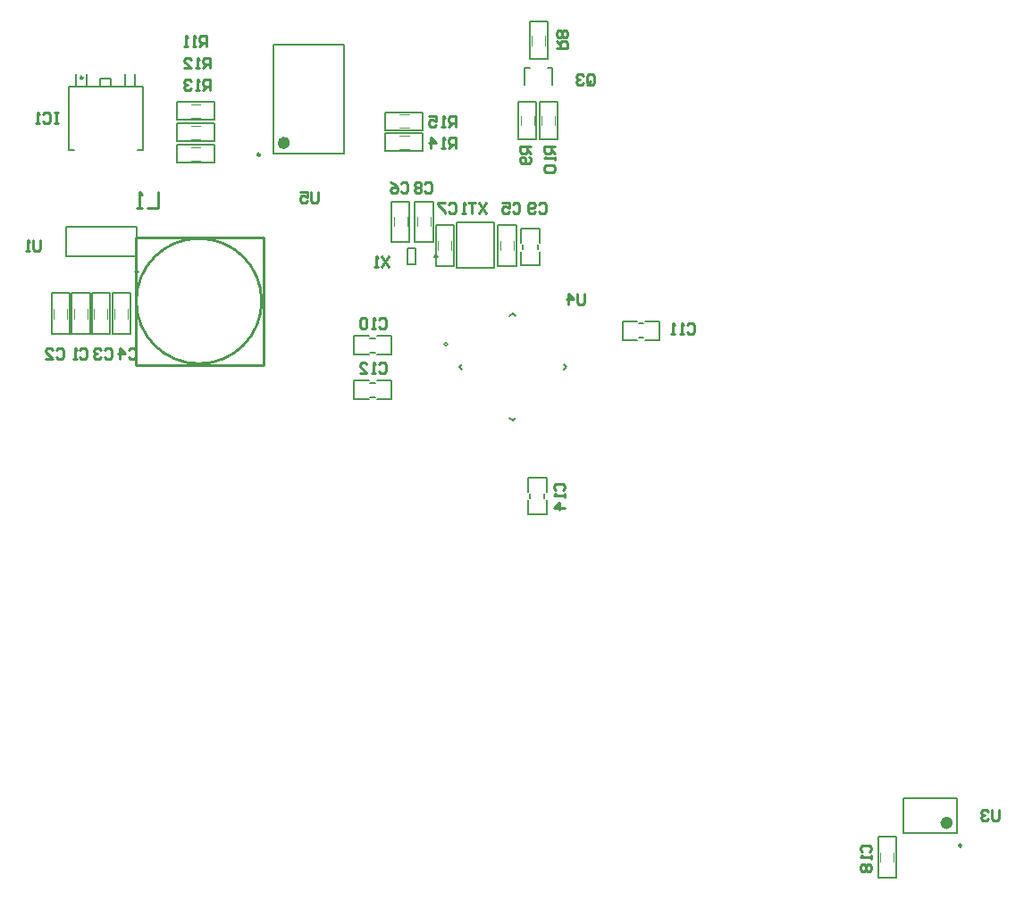
<source format=gbr>
%TF.GenerationSoftware,Altium Limited,Altium Designer,21.3.2 (30)*%
G04 Layer_Color=32896*
%FSLAX24Y24*%
%MOIN*%
%TF.SameCoordinates,B2232A1B-76E2-43D3-9B88-882A457EFEF9*%
%TF.FilePolarity,Positive*%
%TF.FileFunction,Legend,Bot*%
%TF.Part,Single*%
G01*
G75*
%TA.AperFunction,NonConductor*%
%ADD59C,0.0100*%
%ADD60C,0.0098*%
%ADD61C,0.0236*%
%ADD62C,0.0079*%
%ADD63C,0.0040*%
%ADD64C,0.0050*%
%ADD65C,0.0070*%
D59*
X26220Y28265D02*
G03*
X26220Y28265I-2339J0D01*
G01*
X21518Y30627D02*
X26282D01*
Y27005D02*
Y30627D01*
Y25863D02*
Y27005D01*
X21518Y25863D02*
X26282D01*
X21518D02*
Y30627D01*
X22370Y32350D02*
Y31750D01*
X21970D01*
X21770D02*
X21570D01*
X21670D01*
Y32350D01*
X21770Y32250D01*
X34597Y31937D02*
X34335Y31543D01*
Y31937D02*
X34597Y31543D01*
X34204Y31937D02*
X33941D01*
X34072D01*
Y31543D01*
X33810D02*
X33679D01*
X33744D01*
Y31937D01*
X33810Y31871D01*
X30962Y29927D02*
X30700Y29533D01*
Y29927D02*
X30962Y29533D01*
X30569D02*
X30438D01*
X30503D01*
Y29927D01*
X30569Y29861D01*
X28318Y32337D02*
Y32009D01*
X28252Y31943D01*
X28121D01*
X28056Y32009D01*
Y32337D01*
X27662D02*
X27924D01*
Y32140D01*
X27793Y32206D01*
X27728D01*
X27662Y32140D01*
Y32009D01*
X27728Y31943D01*
X27859D01*
X27924Y32009D01*
X38258Y28547D02*
Y28219D01*
X38192Y28153D01*
X38061D01*
X37996Y28219D01*
Y28547D01*
X37668Y28153D02*
Y28547D01*
X37864Y28350D01*
X37602D01*
X53708Y9257D02*
Y8929D01*
X53642Y8863D01*
X53511D01*
X53446Y8929D01*
Y9257D01*
X53314Y9191D02*
X53249Y9257D01*
X53118D01*
X53052Y9191D01*
Y9126D01*
X53118Y9060D01*
X53183D01*
X53118D01*
X53052Y8994D01*
Y8929D01*
X53118Y8863D01*
X53249D01*
X53314Y8929D01*
X17942Y30537D02*
Y30209D01*
X17877Y30143D01*
X17746D01*
X17680Y30209D01*
Y30537D01*
X17549Y30143D02*
X17418D01*
X17483D01*
Y30537D01*
X17549Y30471D01*
X33442Y34773D02*
Y35167D01*
X33245D01*
X33180Y35101D01*
Y34970D01*
X33245Y34904D01*
X33442D01*
X33311D02*
X33180Y34773D01*
X33048D02*
X32917D01*
X32983D01*
Y35167D01*
X33048Y35101D01*
X32458Y35167D02*
X32720D01*
Y34970D01*
X32589Y35036D01*
X32524D01*
X32458Y34970D01*
Y34839D01*
X32524Y34773D01*
X32655D01*
X32720Y34839D01*
X33442Y33973D02*
Y34367D01*
X33245D01*
X33180Y34301D01*
Y34170D01*
X33245Y34104D01*
X33442D01*
X33311D02*
X33180Y33973D01*
X33048D02*
X32917D01*
X32983D01*
Y34367D01*
X33048Y34301D01*
X32524Y33973D02*
Y34367D01*
X32720Y34170D01*
X32458D01*
X24298Y36153D02*
Y36547D01*
X24101D01*
X24035Y36481D01*
Y36350D01*
X24101Y36284D01*
X24298D01*
X24166D02*
X24035Y36153D01*
X23904D02*
X23773D01*
X23838D01*
Y36547D01*
X23904Y36481D01*
X23576D02*
X23510Y36547D01*
X23379D01*
X23314Y36481D01*
Y36416D01*
X23379Y36350D01*
X23445D01*
X23379D01*
X23314Y36284D01*
Y36219D01*
X23379Y36153D01*
X23510D01*
X23576Y36219D01*
X24298Y36958D02*
Y37352D01*
X24101D01*
X24035Y37286D01*
Y37155D01*
X24101Y37089D01*
X24298D01*
X24166D02*
X24035Y36958D01*
X23904D02*
X23773D01*
X23838D01*
Y37352D01*
X23904Y37286D01*
X23314Y36958D02*
X23576D01*
X23314Y37221D01*
Y37286D01*
X23379Y37352D01*
X23510D01*
X23576Y37286D01*
X24166Y37763D02*
Y38157D01*
X23970D01*
X23904Y38091D01*
Y37960D01*
X23970Y37894D01*
X24166D01*
X24035D02*
X23904Y37763D01*
X23773D02*
X23642D01*
X23707D01*
Y38157D01*
X23773Y38091D01*
X23445Y37763D02*
X23314D01*
X23379D01*
Y38157D01*
X23445Y38091D01*
X37157Y34048D02*
X36763D01*
Y33851D01*
X36829Y33786D01*
X36960D01*
X37026Y33851D01*
Y34048D01*
Y33917D02*
X37157Y33786D01*
Y33654D02*
Y33523D01*
Y33589D01*
X36763D01*
X36829Y33654D01*
Y33326D02*
X36763Y33261D01*
Y33130D01*
X36829Y33064D01*
X37091D01*
X37157Y33130D01*
Y33261D01*
X37091Y33326D01*
X36829D01*
X36247Y34048D02*
X35853D01*
Y33851D01*
X35919Y33786D01*
X36050D01*
X36116Y33851D01*
Y34048D01*
Y33917D02*
X36247Y33786D01*
X36181Y33654D02*
X36247Y33589D01*
Y33458D01*
X36181Y33392D01*
X35919D01*
X35853Y33458D01*
Y33589D01*
X35919Y33654D01*
X35984D01*
X36050Y33589D01*
Y33392D01*
X37233Y37702D02*
X37627D01*
Y37899D01*
X37561Y37964D01*
X37430D01*
X37364Y37899D01*
Y37702D01*
Y37833D02*
X37233Y37964D01*
X37561Y38096D02*
X37627Y38161D01*
Y38292D01*
X37561Y38358D01*
X37496D01*
X37430Y38292D01*
X37364Y38358D01*
X37299D01*
X37233Y38292D01*
Y38161D01*
X37299Y38096D01*
X37364D01*
X37430Y38161D01*
X37496Y38096D01*
X37561D01*
X37430Y38161D02*
Y38292D01*
X38346Y36399D02*
Y36661D01*
X38411Y36727D01*
X38542D01*
X38608Y36661D01*
Y36399D01*
X38542Y36333D01*
X38411D01*
X38477Y36464D02*
X38346Y36333D01*
X38411D02*
X38346Y36399D01*
X38214Y36661D02*
X38149Y36727D01*
X38018D01*
X37952Y36661D01*
Y36596D01*
X38018Y36530D01*
X38083D01*
X38018D01*
X37952Y36464D01*
Y36399D01*
X38018Y36333D01*
X38149D01*
X38214Y36399D01*
X18636Y35297D02*
X18505D01*
X18571D01*
Y34903D01*
X18636D01*
X18505D01*
X18046Y35231D02*
X18112Y35297D01*
X18243D01*
X18308Y35231D01*
Y34969D01*
X18243Y34903D01*
X18112D01*
X18046Y34969D01*
X17915Y34903D02*
X17784D01*
X17849D01*
Y35297D01*
X17915Y35231D01*
X48639Y7690D02*
X48573Y7755D01*
Y7886D01*
X48639Y7952D01*
X48901D01*
X48967Y7886D01*
Y7755D01*
X48901Y7690D01*
X48967Y7558D02*
Y7427D01*
Y7493D01*
X48573D01*
X48639Y7558D01*
Y7230D02*
X48573Y7165D01*
Y7034D01*
X48639Y6968D01*
X48704D01*
X48770Y7034D01*
X48836Y6968D01*
X48901D01*
X48967Y7034D01*
Y7165D01*
X48901Y7230D01*
X48836D01*
X48770Y7165D01*
X48704Y7230D01*
X48639D01*
X48770Y7165D02*
Y7034D01*
X37189Y21190D02*
X37123Y21255D01*
Y21386D01*
X37189Y21452D01*
X37451D01*
X37517Y21386D01*
Y21255D01*
X37451Y21190D01*
X37517Y21058D02*
Y20927D01*
Y20993D01*
X37123D01*
X37189Y21058D01*
X37517Y20534D02*
X37123D01*
X37320Y20730D01*
Y20468D01*
X30600Y25891D02*
X30665Y25957D01*
X30796D01*
X30862Y25891D01*
Y25629D01*
X30796Y25563D01*
X30665D01*
X30600Y25629D01*
X30468Y25563D02*
X30337D01*
X30403D01*
Y25957D01*
X30468Y25891D01*
X29878Y25563D02*
X30140D01*
X29878Y25826D01*
Y25891D01*
X29944Y25957D01*
X30075D01*
X30140Y25891D01*
X42094Y27381D02*
X42160Y27447D01*
X42291D01*
X42356Y27381D01*
Y27119D01*
X42291Y27053D01*
X42160D01*
X42094Y27119D01*
X41963Y27053D02*
X41832D01*
X41897D01*
Y27447D01*
X41963Y27381D01*
X41635Y27053D02*
X41504D01*
X41569D01*
Y27447D01*
X41635Y27381D01*
X30600Y27581D02*
X30665Y27647D01*
X30796D01*
X30862Y27581D01*
Y27319D01*
X30796Y27253D01*
X30665D01*
X30600Y27319D01*
X30468Y27253D02*
X30337D01*
X30403D01*
Y27647D01*
X30468Y27581D01*
X30140D02*
X30075Y27647D01*
X29944D01*
X29878Y27581D01*
Y27319D01*
X29944Y27253D01*
X30075D01*
X30140Y27319D01*
Y27581D01*
X36556Y31861D02*
X36621Y31927D01*
X36752D01*
X36818Y31861D01*
Y31599D01*
X36752Y31533D01*
X36621D01*
X36556Y31599D01*
X36424D02*
X36359Y31533D01*
X36228D01*
X36162Y31599D01*
Y31861D01*
X36228Y31927D01*
X36359D01*
X36424Y31861D01*
Y31796D01*
X36359Y31730D01*
X36162D01*
X32306Y32641D02*
X32371Y32707D01*
X32502D01*
X32568Y32641D01*
Y32379D01*
X32502Y32313D01*
X32371D01*
X32306Y32379D01*
X32174Y32641D02*
X32109Y32707D01*
X31978D01*
X31912Y32641D01*
Y32576D01*
X31978Y32510D01*
X31912Y32444D01*
Y32379D01*
X31978Y32313D01*
X32109D01*
X32174Y32379D01*
Y32444D01*
X32109Y32510D01*
X32174Y32576D01*
Y32641D01*
X32109Y32510D02*
X31978D01*
X33196Y31871D02*
X33261Y31937D01*
X33392D01*
X33458Y31871D01*
Y31609D01*
X33392Y31543D01*
X33261D01*
X33196Y31609D01*
X33064Y31937D02*
X32802D01*
Y31871D01*
X33064Y31609D01*
Y31543D01*
X31408Y32641D02*
X31473Y32707D01*
X31604D01*
X31670Y32641D01*
Y32379D01*
X31604Y32313D01*
X31473D01*
X31408Y32379D01*
X31014Y32707D02*
X31145Y32641D01*
X31276Y32510D01*
Y32379D01*
X31211Y32313D01*
X31080D01*
X31014Y32379D01*
Y32444D01*
X31080Y32510D01*
X31276D01*
X35576Y31861D02*
X35642Y31927D01*
X35773D01*
X35839Y31861D01*
Y31599D01*
X35773Y31533D01*
X35642D01*
X35576Y31599D01*
X35183Y31927D02*
X35445D01*
Y31730D01*
X35314Y31796D01*
X35248D01*
X35183Y31730D01*
Y31599D01*
X35248Y31533D01*
X35380D01*
X35445Y31599D01*
X21251Y26441D02*
X21317Y26507D01*
X21448D01*
X21514Y26441D01*
Y26179D01*
X21448Y26113D01*
X21317D01*
X21251Y26179D01*
X20923Y26113D02*
Y26507D01*
X21120Y26310D01*
X20858D01*
X20356Y26441D02*
X20421Y26507D01*
X20552D01*
X20618Y26441D01*
Y26179D01*
X20552Y26113D01*
X20421D01*
X20356Y26179D01*
X20224Y26441D02*
X20159Y26507D01*
X20028D01*
X19962Y26441D01*
Y26376D01*
X20028Y26310D01*
X20093D01*
X20028D01*
X19962Y26244D01*
Y26179D01*
X20028Y26113D01*
X20159D01*
X20224Y26179D01*
X18568Y26441D02*
X18633Y26507D01*
X18764D01*
X18830Y26441D01*
Y26179D01*
X18764Y26113D01*
X18633D01*
X18568Y26179D01*
X18174Y26113D02*
X18436D01*
X18174Y26376D01*
Y26441D01*
X18240Y26507D01*
X18371D01*
X18436Y26441D01*
X19440D02*
X19506Y26507D01*
X19637D01*
X19702Y26441D01*
Y26179D01*
X19637Y26113D01*
X19506D01*
X19440Y26179D01*
X19309Y26113D02*
X19178D01*
X19243D01*
Y26507D01*
X19309Y26441D01*
D60*
X21604Y29360D02*
G03*
X21604Y29360I-49J0D01*
G01*
X19550Y36602D02*
G03*
X19550Y36602I-49J0D01*
G01*
X26158Y33728D02*
G03*
X26158Y33728I-49J0D01*
G01*
X32765Y29930D02*
G03*
X32765Y29930I-49J0D01*
G01*
X52333Y7938D02*
G03*
X52333Y7938I-49J0D01*
G01*
D61*
X27162Y34169D02*
G03*
X27162Y34169I-118J0D01*
G01*
X51888Y8784D02*
G03*
X51888Y8784I-118J0D01*
G01*
D62*
X33147Y26659D02*
G03*
X33147Y26659I-59J0D01*
G01*
X18917Y29951D02*
Y31053D01*
X21554Y29951D02*
Y31053D01*
X18917D02*
X21554D01*
X18917Y29951D02*
X21554D01*
X26650Y37831D02*
X29288D01*
X26650Y33776D02*
X29288D01*
Y37831D01*
X26650Y33776D02*
Y37831D01*
X36031Y36983D02*
X36208D01*
X36877D02*
X37055D01*
Y36343D02*
Y36983D01*
X36031Y36343D02*
Y36983D01*
X31672Y30225D02*
X31948D01*
X31672Y29635D02*
X31948D01*
Y30225D01*
X31672Y29635D02*
Y30225D01*
X35890Y29590D02*
X36590D01*
X35890Y30970D02*
X36590D01*
Y29590D02*
Y30119D01*
Y30424D02*
Y30970D01*
X35890Y30424D02*
Y30970D01*
Y29590D02*
Y30119D01*
X31050Y26260D02*
Y26960D01*
X29670Y26260D02*
Y26960D01*
X30521D02*
X31050D01*
X29670D02*
X30216D01*
X29670Y26260D02*
X30216D01*
X30521D02*
X31050D01*
X30521Y24600D02*
X31050D01*
X29670D02*
X30216D01*
X29670Y25300D02*
X30216D01*
X30521D02*
X31050D01*
X29670Y24600D02*
Y25300D01*
X31050Y24600D02*
Y25300D01*
X36850Y21141D02*
Y21670D01*
Y20290D02*
Y20836D01*
X36150Y20290D02*
Y20836D01*
Y21141D02*
Y21670D01*
Y20290D02*
X36850D01*
X36150Y21670D02*
X36850D01*
X50156Y8391D02*
Y9709D01*
X52164Y8391D02*
Y9709D01*
X50156D02*
X52164D01*
X50156Y8391D02*
X52164D01*
X39690Y26810D02*
Y27510D01*
X41070Y26810D02*
Y27510D01*
X39690Y26810D02*
X40219D01*
X40524D02*
X41070D01*
X40524Y27510D02*
X41070D01*
X39690D02*
X40219D01*
D63*
X20727Y27620D02*
Y27960D01*
X21227Y27620D02*
Y27960D01*
X19972Y27620D02*
Y27960D01*
X20472Y27620D02*
Y27960D01*
X19218Y27620D02*
Y27960D01*
X19718Y27620D02*
Y27960D01*
X18463Y27620D02*
Y27960D01*
X18963Y27620D02*
Y27960D01*
X23599Y34003D02*
X23939D01*
X23599Y33503D02*
X23939D01*
X23599Y34803D02*
X23939D01*
X23599Y34303D02*
X23939D01*
X23599Y35603D02*
X23939D01*
X23599Y35103D02*
X23939D01*
X36797Y37819D02*
Y38159D01*
X36297Y37819D02*
Y38159D01*
X36384Y34829D02*
Y35169D01*
X35884Y34829D02*
Y35169D01*
X36667Y34829D02*
Y35169D01*
X37167Y34829D02*
Y35169D01*
X31369Y33950D02*
X31709D01*
X31369Y34450D02*
X31709D01*
X31369Y34723D02*
X31709D01*
X31369Y35223D02*
X31709D01*
X32531Y31057D02*
Y31397D01*
X32031Y31057D02*
Y31397D01*
X33300Y30170D02*
Y30510D01*
X32800Y30170D02*
Y30510D01*
X35130Y30170D02*
Y30510D01*
X35630Y30170D02*
Y30510D01*
X49800Y7330D02*
Y7670D01*
X49300Y7330D02*
Y7670D01*
X31161Y31057D02*
Y31397D01*
X31661Y31057D02*
Y31397D01*
D64*
X21317Y27030D02*
Y28560D01*
X20647Y27030D02*
X21317D01*
X20647D02*
Y28560D01*
X21317D01*
X20562Y27030D02*
Y28560D01*
X19892Y27030D02*
X20562D01*
X19892D02*
Y28560D01*
X20562D01*
X19808Y27030D02*
Y28560D01*
X19138Y27030D02*
X19808D01*
X19138D02*
Y28560D01*
X19808D01*
X19053Y27030D02*
Y28560D01*
X18383Y27030D02*
X19053D01*
X18383D02*
Y28560D01*
X19053D01*
X19022Y33905D02*
Y36267D01*
X21778Y33905D02*
Y36267D01*
X19298D02*
Y36740D01*
Y36267D02*
X19691D01*
Y36740D01*
X20203Y36582D02*
X20597D01*
Y36267D02*
Y36582D01*
X20203Y36267D02*
X20597D01*
X20203D02*
Y36582D01*
X21502Y36267D02*
Y36740D01*
X21109Y36267D02*
X21502D01*
X21109D02*
Y36740D01*
X19022Y36267D02*
X21778D01*
X21581Y33905D02*
X21778D01*
X19022D02*
X19219D01*
X23069Y33423D02*
Y34093D01*
Y33423D02*
X24469D01*
Y34093D01*
X23069D02*
X24469D01*
X23069Y34223D02*
Y34893D01*
Y34223D02*
X24469D01*
Y34893D01*
X23069D02*
X24469D01*
X23069Y35023D02*
Y35693D01*
Y35023D02*
X24469D01*
Y35693D01*
X23069D02*
X24469D01*
X36217Y38689D02*
X36887D01*
X36217Y37289D02*
Y38689D01*
Y37289D02*
X36887D01*
Y38689D01*
X35804Y35699D02*
X36474D01*
X35804Y34299D02*
Y35699D01*
Y34299D02*
X36474D01*
Y35699D01*
X36577Y34299D02*
X37247D01*
Y35699D01*
X36577D02*
X37247D01*
X36577Y34299D02*
Y35699D01*
X32239Y33860D02*
Y34530D01*
X30839D02*
X32239D01*
X30839Y33860D02*
Y34530D01*
Y33860D02*
X32239D01*
Y34633D02*
Y35303D01*
X30839D02*
X32239D01*
X30839Y34633D02*
Y35303D01*
Y34633D02*
X32239D01*
X31941Y30457D02*
Y31987D01*
X32611D01*
Y30457D02*
Y31987D01*
X31941Y30457D02*
X32611D01*
X32710Y29570D02*
Y31100D01*
X33380D01*
Y29570D02*
Y31100D01*
X32710Y29570D02*
X33380D01*
X33500Y29500D02*
Y31200D01*
Y29500D02*
X34900D01*
X33500Y31200D02*
X34900D01*
Y29500D02*
Y31200D01*
X35040Y29570D02*
X35710D01*
Y31100D01*
X35040D02*
X35710D01*
X35040Y29570D02*
Y31100D01*
X35471Y23914D02*
X35580Y23806D01*
X35689Y23914D01*
X37476Y25701D02*
X37584Y25810D01*
X37476Y25919D02*
X37584Y25810D01*
X35580Y27814D02*
X35689Y27706D01*
X35471D02*
X35580Y27814D01*
X33576Y25810D02*
X33684Y25919D01*
X33576Y25810D02*
X33684Y25701D01*
X49210Y6730D02*
Y8260D01*
X49880D01*
Y6730D02*
Y8260D01*
X49210Y6730D02*
X49880D01*
X31071Y30457D02*
X31741D01*
Y31987D01*
X31071D02*
X31741D01*
X31071Y30457D02*
Y31987D01*
D65*
X36511Y30188D02*
Y30368D01*
X35971Y30188D02*
Y30368D01*
X30272Y26881D02*
X30452D01*
X30272Y26341D02*
X30452D01*
X30272Y24681D02*
X30452D01*
X30272Y25221D02*
X30452D01*
X36769Y20892D02*
Y21072D01*
X36229Y20892D02*
Y21072D01*
X40288Y26889D02*
X40468D01*
X40288Y27429D02*
X40468D01*
%TF.MD5,6b5a18a6a57e7ee02b7ac9cfc2750480*%
M02*

</source>
